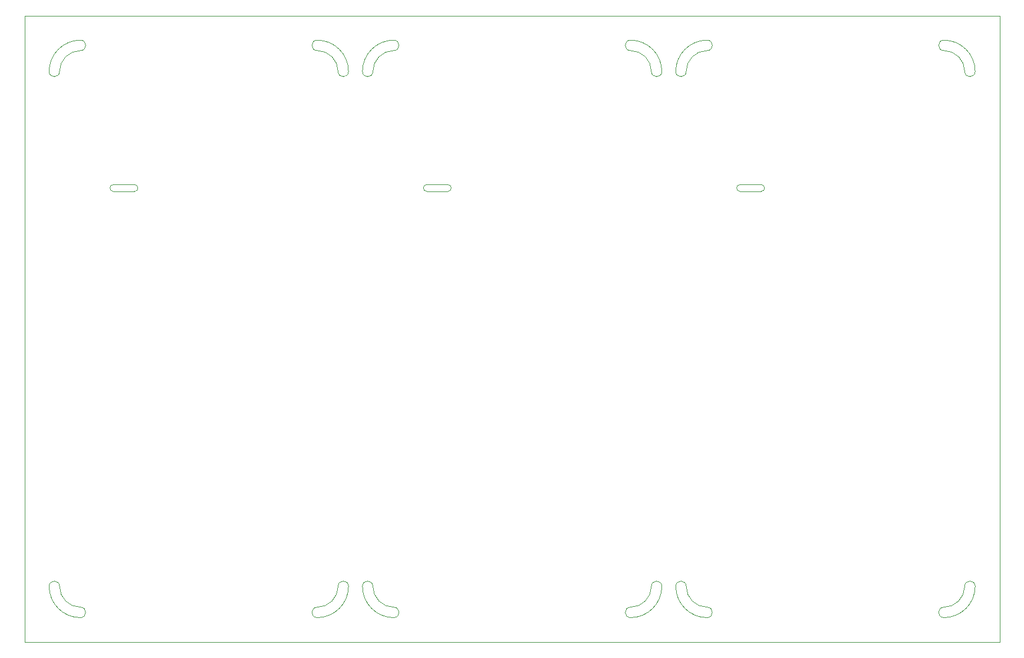
<source format=gm1>
%TF.GenerationSoftware,KiCad,Pcbnew,(5.1.10)-1*%
%TF.CreationDate,2022-01-11T14:09:39+01:00*%
%TF.ProjectId,EspOptoProg Panel,4573704f-7074-46f5-9072-6f672050616e,rev?*%
%TF.SameCoordinates,PXffb3b4c0PY4c4b40*%
%TF.FileFunction,Profile,NP*%
%FSLAX46Y46*%
G04 Gerber Fmt 4.6, Leading zero omitted, Abs format (unit mm)*
G04 Created by KiCad (PCBNEW (5.1.10)-1) date 2022-01-11 14:09:39*
%MOMM*%
%LPD*%
G01*
G04 APERTURE LIST*
%TA.AperFunction,Profile*%
%ADD10C,0.100000*%
%TD*%
G04 APERTURE END LIST*
D10*
X140000000Y90000000D02*
X140000000Y0D01*
X0Y90000000D02*
X140000000Y90000000D01*
X0Y0D02*
X0Y90000000D01*
X0Y0D02*
X140000000Y0D01*
X3500000Y82000000D02*
G75*
G02*
X8000000Y86500000I4500000J0D01*
G01*
X5000000Y82000000D02*
G75*
G02*
X3500000Y82000000I-750000J0D01*
G01*
X8000000Y86500000D02*
G75*
G02*
X8000000Y85000000I0J-750000D01*
G01*
X42000000Y86500000D02*
G75*
G02*
X46500000Y82000000I0J-4500000D01*
G01*
X42000000Y85000000D02*
G75*
G02*
X42000000Y86500000I0J750000D01*
G01*
X46500000Y82000000D02*
G75*
G02*
X45000000Y82000000I-750000J0D01*
G01*
X8000000Y3500000D02*
G75*
G02*
X3500000Y8000000I0J4500000D01*
G01*
X3500000Y8000000D02*
G75*
G02*
X5000000Y8000000I750000J0D01*
G01*
X8000000Y5000000D02*
G75*
G02*
X8000000Y3500000I0J-750000D01*
G01*
X46500000Y8000000D02*
G75*
G02*
X42000000Y3500000I-4500000J0D01*
G01*
X42000000Y3500000D02*
G75*
G02*
X42000000Y5000000I0J750000D01*
G01*
X45000000Y8000000D02*
G75*
G02*
X46500000Y8000000I750000J0D01*
G01*
X5000000Y82000000D02*
G75*
G02*
X8000000Y85000000I3000000J0D01*
G01*
X45000000Y8000000D02*
G75*
G02*
X42000000Y5000000I-3000000J0D01*
G01*
X8000000Y5000000D02*
G75*
G02*
X5000000Y8000000I0J3000000D01*
G01*
X42000000Y85000000D02*
G75*
G02*
X45000000Y82000000I0J-3000000D01*
G01*
X15750000Y65750000D02*
G75*
G02*
X15750000Y64750000I0J-500000D01*
G01*
X12750000Y64750000D02*
G75*
G02*
X12750000Y65750000I0J500000D01*
G01*
X15750000Y64750000D02*
X12750000Y64750000D01*
X12750000Y65750000D02*
X15750000Y65750000D01*
X48500000Y82000000D02*
G75*
G02*
X53000000Y86500000I4500000J0D01*
G01*
X50000000Y82000000D02*
G75*
G02*
X48500000Y82000000I-750000J0D01*
G01*
X53000000Y86500000D02*
G75*
G02*
X53000000Y85000000I0J-750000D01*
G01*
X87000000Y86500000D02*
G75*
G02*
X91500000Y82000000I0J-4500000D01*
G01*
X87000000Y85000000D02*
G75*
G02*
X87000000Y86500000I0J750000D01*
G01*
X91500000Y82000000D02*
G75*
G02*
X90000000Y82000000I-750000J0D01*
G01*
X53000000Y3500000D02*
G75*
G02*
X48500000Y8000000I0J4500000D01*
G01*
X48500000Y8000000D02*
G75*
G02*
X50000000Y8000000I750000J0D01*
G01*
X53000000Y5000000D02*
G75*
G02*
X53000000Y3500000I0J-750000D01*
G01*
X91500000Y8000000D02*
G75*
G02*
X87000000Y3500000I-4500000J0D01*
G01*
X87000000Y3500000D02*
G75*
G02*
X87000000Y5000000I0J750000D01*
G01*
X90000000Y8000000D02*
G75*
G02*
X91500000Y8000000I750000J0D01*
G01*
X50000000Y82000000D02*
G75*
G02*
X53000000Y85000000I3000000J0D01*
G01*
X90000000Y8000000D02*
G75*
G02*
X87000000Y5000000I-3000000J0D01*
G01*
X53000000Y5000000D02*
G75*
G02*
X50000000Y8000000I0J3000000D01*
G01*
X87000000Y85000000D02*
G75*
G02*
X90000000Y82000000I0J-3000000D01*
G01*
X60750000Y65750000D02*
G75*
G02*
X60750000Y64750000I0J-500000D01*
G01*
X57750000Y64750000D02*
G75*
G02*
X57750000Y65750000I0J500000D01*
G01*
X60750000Y64750000D02*
X57750000Y64750000D01*
X57750000Y65750000D02*
X60750000Y65750000D01*
X93500000Y82000000D02*
G75*
G02*
X98000000Y86500000I4500000J0D01*
G01*
X95000000Y82000000D02*
G75*
G02*
X93500000Y82000000I-750000J0D01*
G01*
X98000000Y86500000D02*
G75*
G02*
X98000000Y85000000I0J-750000D01*
G01*
X132000000Y86500000D02*
G75*
G02*
X136500000Y82000000I0J-4500000D01*
G01*
X132000000Y85000000D02*
G75*
G02*
X132000000Y86500000I0J750000D01*
G01*
X136500000Y82000000D02*
G75*
G02*
X135000000Y82000000I-750000J0D01*
G01*
X98000000Y3500000D02*
G75*
G02*
X93500000Y8000000I0J4500000D01*
G01*
X93500000Y8000000D02*
G75*
G02*
X95000000Y8000000I750000J0D01*
G01*
X98000000Y5000000D02*
G75*
G02*
X98000000Y3500000I0J-750000D01*
G01*
X136500000Y8000000D02*
G75*
G02*
X132000000Y3500000I-4500000J0D01*
G01*
X132000000Y3500000D02*
G75*
G02*
X132000000Y5000000I0J750000D01*
G01*
X135000000Y8000000D02*
G75*
G02*
X136500000Y8000000I750000J0D01*
G01*
X95000000Y82000000D02*
G75*
G02*
X98000000Y85000000I3000000J0D01*
G01*
X135000000Y8000000D02*
G75*
G02*
X132000000Y5000000I-3000000J0D01*
G01*
X98000000Y5000000D02*
G75*
G02*
X95000000Y8000000I0J3000000D01*
G01*
X132000000Y85000000D02*
G75*
G02*
X135000000Y82000000I0J-3000000D01*
G01*
X105750000Y65750000D02*
G75*
G02*
X105750000Y64750000I0J-500000D01*
G01*
X102750000Y64750000D02*
G75*
G02*
X102750000Y65750000I0J500000D01*
G01*
X105750000Y64750000D02*
X102750000Y64750000D01*
X102750000Y65750000D02*
X105750000Y65750000D01*
M02*

</source>
